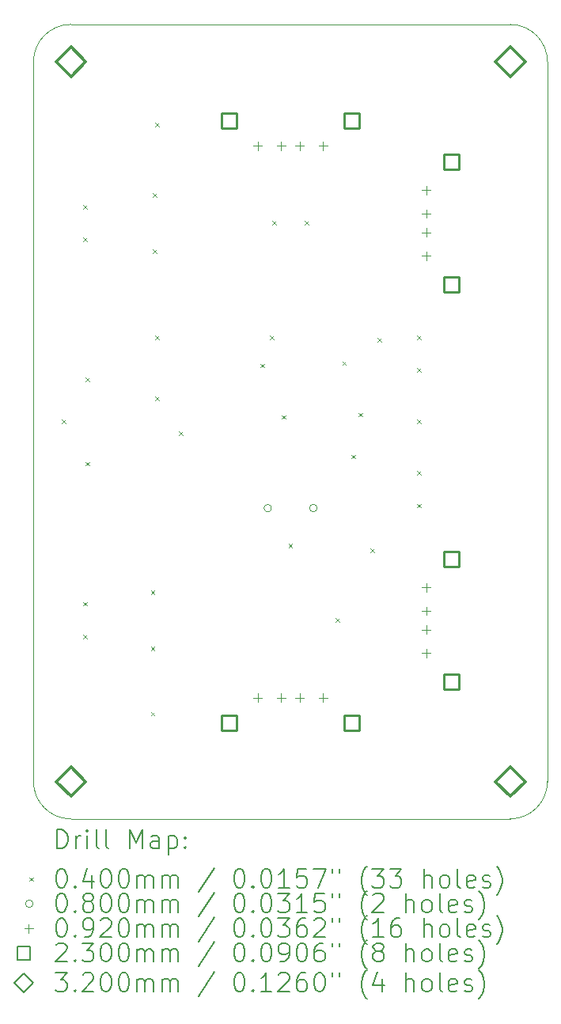
<source format=gbr>
%FSLAX45Y45*%
G04 Gerber Fmt 4.5, Leading zero omitted, Abs format (unit mm)*
G04 Created by KiCad (PCBNEW (6.0.5)) date 2024-05-01 13:43:46*
%MOMM*%
%LPD*%
G01*
G04 APERTURE LIST*
%TA.AperFunction,Profile*%
%ADD10C,0.100000*%
%TD*%
%ADD11C,0.200000*%
%ADD12C,0.040000*%
%ADD13C,0.080000*%
%ADD14C,0.092000*%
%ADD15C,0.230000*%
%ADD16C,0.320000*%
G04 APERTURE END LIST*
D10*
X17200000Y-6300000D02*
X12500000Y-6300000D01*
X17200000Y-14800000D02*
G75*
G03*
X17600000Y-14400000I0J400000D01*
G01*
X17600000Y-14400000D02*
X17600000Y-6700000D01*
X12500000Y-14800000D02*
X17200000Y-14800000D01*
X12500000Y-6300000D02*
G75*
G03*
X12100000Y-6700000I0J-400000D01*
G01*
X12100000Y-6700000D02*
X12100000Y-14400000D01*
X12100000Y-14400000D02*
G75*
G03*
X12500000Y-14800000I400000J0D01*
G01*
X17600000Y-6700000D02*
G75*
G03*
X17200000Y-6300000I-400000J0D01*
G01*
D11*
D12*
X12405000Y-10530000D02*
X12445000Y-10570000D01*
X12445000Y-10530000D02*
X12405000Y-10570000D01*
X12630000Y-8230000D02*
X12670000Y-8270000D01*
X12670000Y-8230000D02*
X12630000Y-8270000D01*
X12630000Y-8580000D02*
X12670000Y-8620000D01*
X12670000Y-8580000D02*
X12630000Y-8620000D01*
X12630000Y-12480000D02*
X12670000Y-12520000D01*
X12670000Y-12480000D02*
X12630000Y-12520000D01*
X12630000Y-12830000D02*
X12670000Y-12870000D01*
X12670000Y-12830000D02*
X12630000Y-12870000D01*
X12655000Y-10080000D02*
X12695000Y-10120000D01*
X12695000Y-10080000D02*
X12655000Y-10120000D01*
X12655000Y-10980000D02*
X12695000Y-11020000D01*
X12695000Y-10980000D02*
X12655000Y-11020000D01*
X13355000Y-12355000D02*
X13395000Y-12395000D01*
X13395000Y-12355000D02*
X13355000Y-12395000D01*
X13355000Y-12955000D02*
X13395000Y-12995000D01*
X13395000Y-12955000D02*
X13355000Y-12995000D01*
X13355000Y-13655000D02*
X13395000Y-13695000D01*
X13395000Y-13655000D02*
X13355000Y-13695000D01*
X13380000Y-8105000D02*
X13420000Y-8145000D01*
X13420000Y-8105000D02*
X13380000Y-8145000D01*
X13380000Y-8705000D02*
X13420000Y-8745000D01*
X13420000Y-8705000D02*
X13380000Y-8745000D01*
X13405000Y-7355000D02*
X13445000Y-7395000D01*
X13445000Y-7355000D02*
X13405000Y-7395000D01*
X13405000Y-9630000D02*
X13445000Y-9670000D01*
X13445000Y-9630000D02*
X13405000Y-9670000D01*
X13405000Y-10280000D02*
X13445000Y-10320000D01*
X13445000Y-10280000D02*
X13405000Y-10320000D01*
X13655000Y-10655000D02*
X13695000Y-10695000D01*
X13695000Y-10655000D02*
X13655000Y-10695000D01*
X14530000Y-9930000D02*
X14570000Y-9970000D01*
X14570000Y-9930000D02*
X14530000Y-9970000D01*
X14630000Y-9630000D02*
X14670000Y-9670000D01*
X14670000Y-9630000D02*
X14630000Y-9670000D01*
X14655000Y-8405000D02*
X14695000Y-8445000D01*
X14695000Y-8405000D02*
X14655000Y-8445000D01*
X14755000Y-10480000D02*
X14795000Y-10520000D01*
X14795000Y-10480000D02*
X14755000Y-10520000D01*
X14830000Y-11855000D02*
X14870000Y-11895000D01*
X14870000Y-11855000D02*
X14830000Y-11895000D01*
X15005000Y-8405000D02*
X15045000Y-8445000D01*
X15045000Y-8405000D02*
X15005000Y-8445000D01*
X15330000Y-12655000D02*
X15370000Y-12695000D01*
X15370000Y-12655000D02*
X15330000Y-12695000D01*
X15405000Y-9905000D02*
X15445000Y-9945000D01*
X15445000Y-9905000D02*
X15405000Y-9945000D01*
X15505000Y-10905000D02*
X15545000Y-10945000D01*
X15545000Y-10905000D02*
X15505000Y-10945000D01*
X15580000Y-10455000D02*
X15620000Y-10495000D01*
X15620000Y-10455000D02*
X15580000Y-10495000D01*
X15705000Y-11905000D02*
X15745000Y-11945000D01*
X15745000Y-11905000D02*
X15705000Y-11945000D01*
X15780000Y-9655000D02*
X15820000Y-9695000D01*
X15820000Y-9655000D02*
X15780000Y-9695000D01*
X16205000Y-9630000D02*
X16245000Y-9670000D01*
X16245000Y-9630000D02*
X16205000Y-9670000D01*
X16205000Y-9980000D02*
X16245000Y-10020000D01*
X16245000Y-9980000D02*
X16205000Y-10020000D01*
X16205000Y-10530000D02*
X16245000Y-10570000D01*
X16245000Y-10530000D02*
X16205000Y-10570000D01*
X16205000Y-11080000D02*
X16245000Y-11120000D01*
X16245000Y-11080000D02*
X16205000Y-11120000D01*
X16205000Y-11430000D02*
X16245000Y-11470000D01*
X16245000Y-11430000D02*
X16205000Y-11470000D01*
D13*
X14647000Y-11475000D02*
G75*
G03*
X14647000Y-11475000I-40000J0D01*
G01*
X15135000Y-11475000D02*
G75*
G03*
X15135000Y-11475000I-40000J0D01*
G01*
D14*
X14500000Y-7551750D02*
X14500000Y-7643750D01*
X14454000Y-7597750D02*
X14546000Y-7597750D01*
X14500000Y-13456250D02*
X14500000Y-13548250D01*
X14454000Y-13502250D02*
X14546000Y-13502250D01*
X14750000Y-7551750D02*
X14750000Y-7643750D01*
X14704000Y-7597750D02*
X14796000Y-7597750D01*
X14750000Y-13456250D02*
X14750000Y-13548250D01*
X14704000Y-13502250D02*
X14796000Y-13502250D01*
X14950000Y-7551750D02*
X14950000Y-7643750D01*
X14904000Y-7597750D02*
X14996000Y-7597750D01*
X14950000Y-13456250D02*
X14950000Y-13548250D01*
X14904000Y-13502250D02*
X14996000Y-13502250D01*
X15200000Y-7551750D02*
X15200000Y-7643750D01*
X15154000Y-7597750D02*
X15246000Y-7597750D01*
X15200000Y-13456250D02*
X15200000Y-13548250D01*
X15154000Y-13502250D02*
X15246000Y-13502250D01*
X16302250Y-8029000D02*
X16302250Y-8121000D01*
X16256250Y-8075000D02*
X16348250Y-8075000D01*
X16302250Y-8279000D02*
X16302250Y-8371000D01*
X16256250Y-8325000D02*
X16348250Y-8325000D01*
X16302250Y-8479000D02*
X16302250Y-8571000D01*
X16256250Y-8525000D02*
X16348250Y-8525000D01*
X16302250Y-8729000D02*
X16302250Y-8821000D01*
X16256250Y-8775000D02*
X16348250Y-8775000D01*
X16302250Y-12279000D02*
X16302250Y-12371000D01*
X16256250Y-12325000D02*
X16348250Y-12325000D01*
X16302250Y-12529000D02*
X16302250Y-12621000D01*
X16256250Y-12575000D02*
X16348250Y-12575000D01*
X16302250Y-12729000D02*
X16302250Y-12821000D01*
X16256250Y-12775000D02*
X16348250Y-12775000D01*
X16302250Y-12979000D02*
X16302250Y-13071000D01*
X16256250Y-13025000D02*
X16348250Y-13025000D01*
D15*
X14274318Y-7408068D02*
X14274318Y-7245432D01*
X14111682Y-7245432D01*
X14111682Y-7408068D01*
X14274318Y-7408068D01*
X14274318Y-13854568D02*
X14274318Y-13691932D01*
X14111682Y-13691932D01*
X14111682Y-13854568D01*
X14274318Y-13854568D01*
X15588318Y-7408068D02*
X15588318Y-7245432D01*
X15425682Y-7245432D01*
X15425682Y-7408068D01*
X15588318Y-7408068D01*
X15588318Y-13854568D02*
X15588318Y-13691932D01*
X15425682Y-13691932D01*
X15425682Y-13854568D01*
X15588318Y-13854568D01*
X16654568Y-7849318D02*
X16654568Y-7686682D01*
X16491932Y-7686682D01*
X16491932Y-7849318D01*
X16654568Y-7849318D01*
X16654568Y-9163318D02*
X16654568Y-9000682D01*
X16491932Y-9000682D01*
X16491932Y-9163318D01*
X16654568Y-9163318D01*
X16654568Y-12099318D02*
X16654568Y-11936682D01*
X16491932Y-11936682D01*
X16491932Y-12099318D01*
X16654568Y-12099318D01*
X16654568Y-13413318D02*
X16654568Y-13250682D01*
X16491932Y-13250682D01*
X16491932Y-13413318D01*
X16654568Y-13413318D01*
D16*
X12500000Y-6860000D02*
X12660000Y-6700000D01*
X12500000Y-6540000D01*
X12340000Y-6700000D01*
X12500000Y-6860000D01*
X12500000Y-14560000D02*
X12660000Y-14400000D01*
X12500000Y-14240000D01*
X12340000Y-14400000D01*
X12500000Y-14560000D01*
X17200000Y-6860000D02*
X17360000Y-6700000D01*
X17200000Y-6540000D01*
X17040000Y-6700000D01*
X17200000Y-6860000D01*
X17200000Y-14560000D02*
X17360000Y-14400000D01*
X17200000Y-14240000D01*
X17040000Y-14400000D01*
X17200000Y-14560000D01*
D11*
X12352619Y-15115476D02*
X12352619Y-14915476D01*
X12400238Y-14915476D01*
X12428809Y-14925000D01*
X12447857Y-14944048D01*
X12457381Y-14963095D01*
X12466905Y-15001190D01*
X12466905Y-15029762D01*
X12457381Y-15067857D01*
X12447857Y-15086905D01*
X12428809Y-15105952D01*
X12400238Y-15115476D01*
X12352619Y-15115476D01*
X12552619Y-15115476D02*
X12552619Y-14982143D01*
X12552619Y-15020238D02*
X12562143Y-15001190D01*
X12571667Y-14991667D01*
X12590714Y-14982143D01*
X12609762Y-14982143D01*
X12676428Y-15115476D02*
X12676428Y-14982143D01*
X12676428Y-14915476D02*
X12666905Y-14925000D01*
X12676428Y-14934524D01*
X12685952Y-14925000D01*
X12676428Y-14915476D01*
X12676428Y-14934524D01*
X12800238Y-15115476D02*
X12781190Y-15105952D01*
X12771667Y-15086905D01*
X12771667Y-14915476D01*
X12905000Y-15115476D02*
X12885952Y-15105952D01*
X12876428Y-15086905D01*
X12876428Y-14915476D01*
X13133571Y-15115476D02*
X13133571Y-14915476D01*
X13200238Y-15058333D01*
X13266905Y-14915476D01*
X13266905Y-15115476D01*
X13447857Y-15115476D02*
X13447857Y-15010714D01*
X13438333Y-14991667D01*
X13419286Y-14982143D01*
X13381190Y-14982143D01*
X13362143Y-14991667D01*
X13447857Y-15105952D02*
X13428809Y-15115476D01*
X13381190Y-15115476D01*
X13362143Y-15105952D01*
X13352619Y-15086905D01*
X13352619Y-15067857D01*
X13362143Y-15048809D01*
X13381190Y-15039286D01*
X13428809Y-15039286D01*
X13447857Y-15029762D01*
X13543095Y-14982143D02*
X13543095Y-15182143D01*
X13543095Y-14991667D02*
X13562143Y-14982143D01*
X13600238Y-14982143D01*
X13619286Y-14991667D01*
X13628809Y-15001190D01*
X13638333Y-15020238D01*
X13638333Y-15077381D01*
X13628809Y-15096428D01*
X13619286Y-15105952D01*
X13600238Y-15115476D01*
X13562143Y-15115476D01*
X13543095Y-15105952D01*
X13724048Y-15096428D02*
X13733571Y-15105952D01*
X13724048Y-15115476D01*
X13714524Y-15105952D01*
X13724048Y-15096428D01*
X13724048Y-15115476D01*
X13724048Y-14991667D02*
X13733571Y-15001190D01*
X13724048Y-15010714D01*
X13714524Y-15001190D01*
X13724048Y-14991667D01*
X13724048Y-15010714D01*
D12*
X12055000Y-15425000D02*
X12095000Y-15465000D01*
X12095000Y-15425000D02*
X12055000Y-15465000D01*
D11*
X12390714Y-15335476D02*
X12409762Y-15335476D01*
X12428809Y-15345000D01*
X12438333Y-15354524D01*
X12447857Y-15373571D01*
X12457381Y-15411667D01*
X12457381Y-15459286D01*
X12447857Y-15497381D01*
X12438333Y-15516428D01*
X12428809Y-15525952D01*
X12409762Y-15535476D01*
X12390714Y-15535476D01*
X12371667Y-15525952D01*
X12362143Y-15516428D01*
X12352619Y-15497381D01*
X12343095Y-15459286D01*
X12343095Y-15411667D01*
X12352619Y-15373571D01*
X12362143Y-15354524D01*
X12371667Y-15345000D01*
X12390714Y-15335476D01*
X12543095Y-15516428D02*
X12552619Y-15525952D01*
X12543095Y-15535476D01*
X12533571Y-15525952D01*
X12543095Y-15516428D01*
X12543095Y-15535476D01*
X12724048Y-15402143D02*
X12724048Y-15535476D01*
X12676428Y-15325952D02*
X12628809Y-15468809D01*
X12752619Y-15468809D01*
X12866905Y-15335476D02*
X12885952Y-15335476D01*
X12905000Y-15345000D01*
X12914524Y-15354524D01*
X12924048Y-15373571D01*
X12933571Y-15411667D01*
X12933571Y-15459286D01*
X12924048Y-15497381D01*
X12914524Y-15516428D01*
X12905000Y-15525952D01*
X12885952Y-15535476D01*
X12866905Y-15535476D01*
X12847857Y-15525952D01*
X12838333Y-15516428D01*
X12828809Y-15497381D01*
X12819286Y-15459286D01*
X12819286Y-15411667D01*
X12828809Y-15373571D01*
X12838333Y-15354524D01*
X12847857Y-15345000D01*
X12866905Y-15335476D01*
X13057381Y-15335476D02*
X13076428Y-15335476D01*
X13095476Y-15345000D01*
X13105000Y-15354524D01*
X13114524Y-15373571D01*
X13124048Y-15411667D01*
X13124048Y-15459286D01*
X13114524Y-15497381D01*
X13105000Y-15516428D01*
X13095476Y-15525952D01*
X13076428Y-15535476D01*
X13057381Y-15535476D01*
X13038333Y-15525952D01*
X13028809Y-15516428D01*
X13019286Y-15497381D01*
X13009762Y-15459286D01*
X13009762Y-15411667D01*
X13019286Y-15373571D01*
X13028809Y-15354524D01*
X13038333Y-15345000D01*
X13057381Y-15335476D01*
X13209762Y-15535476D02*
X13209762Y-15402143D01*
X13209762Y-15421190D02*
X13219286Y-15411667D01*
X13238333Y-15402143D01*
X13266905Y-15402143D01*
X13285952Y-15411667D01*
X13295476Y-15430714D01*
X13295476Y-15535476D01*
X13295476Y-15430714D02*
X13305000Y-15411667D01*
X13324048Y-15402143D01*
X13352619Y-15402143D01*
X13371667Y-15411667D01*
X13381190Y-15430714D01*
X13381190Y-15535476D01*
X13476428Y-15535476D02*
X13476428Y-15402143D01*
X13476428Y-15421190D02*
X13485952Y-15411667D01*
X13505000Y-15402143D01*
X13533571Y-15402143D01*
X13552619Y-15411667D01*
X13562143Y-15430714D01*
X13562143Y-15535476D01*
X13562143Y-15430714D02*
X13571667Y-15411667D01*
X13590714Y-15402143D01*
X13619286Y-15402143D01*
X13638333Y-15411667D01*
X13647857Y-15430714D01*
X13647857Y-15535476D01*
X14038333Y-15325952D02*
X13866905Y-15583095D01*
X14295476Y-15335476D02*
X14314524Y-15335476D01*
X14333571Y-15345000D01*
X14343095Y-15354524D01*
X14352619Y-15373571D01*
X14362143Y-15411667D01*
X14362143Y-15459286D01*
X14352619Y-15497381D01*
X14343095Y-15516428D01*
X14333571Y-15525952D01*
X14314524Y-15535476D01*
X14295476Y-15535476D01*
X14276428Y-15525952D01*
X14266905Y-15516428D01*
X14257381Y-15497381D01*
X14247857Y-15459286D01*
X14247857Y-15411667D01*
X14257381Y-15373571D01*
X14266905Y-15354524D01*
X14276428Y-15345000D01*
X14295476Y-15335476D01*
X14447857Y-15516428D02*
X14457381Y-15525952D01*
X14447857Y-15535476D01*
X14438333Y-15525952D01*
X14447857Y-15516428D01*
X14447857Y-15535476D01*
X14581190Y-15335476D02*
X14600238Y-15335476D01*
X14619286Y-15345000D01*
X14628809Y-15354524D01*
X14638333Y-15373571D01*
X14647857Y-15411667D01*
X14647857Y-15459286D01*
X14638333Y-15497381D01*
X14628809Y-15516428D01*
X14619286Y-15525952D01*
X14600238Y-15535476D01*
X14581190Y-15535476D01*
X14562143Y-15525952D01*
X14552619Y-15516428D01*
X14543095Y-15497381D01*
X14533571Y-15459286D01*
X14533571Y-15411667D01*
X14543095Y-15373571D01*
X14552619Y-15354524D01*
X14562143Y-15345000D01*
X14581190Y-15335476D01*
X14838333Y-15535476D02*
X14724048Y-15535476D01*
X14781190Y-15535476D02*
X14781190Y-15335476D01*
X14762143Y-15364048D01*
X14743095Y-15383095D01*
X14724048Y-15392619D01*
X15019286Y-15335476D02*
X14924048Y-15335476D01*
X14914524Y-15430714D01*
X14924048Y-15421190D01*
X14943095Y-15411667D01*
X14990714Y-15411667D01*
X15009762Y-15421190D01*
X15019286Y-15430714D01*
X15028809Y-15449762D01*
X15028809Y-15497381D01*
X15019286Y-15516428D01*
X15009762Y-15525952D01*
X14990714Y-15535476D01*
X14943095Y-15535476D01*
X14924048Y-15525952D01*
X14914524Y-15516428D01*
X15095476Y-15335476D02*
X15228809Y-15335476D01*
X15143095Y-15535476D01*
X15295476Y-15335476D02*
X15295476Y-15373571D01*
X15371667Y-15335476D02*
X15371667Y-15373571D01*
X15666905Y-15611667D02*
X15657381Y-15602143D01*
X15638333Y-15573571D01*
X15628809Y-15554524D01*
X15619286Y-15525952D01*
X15609762Y-15478333D01*
X15609762Y-15440238D01*
X15619286Y-15392619D01*
X15628809Y-15364048D01*
X15638333Y-15345000D01*
X15657381Y-15316428D01*
X15666905Y-15306905D01*
X15724048Y-15335476D02*
X15847857Y-15335476D01*
X15781190Y-15411667D01*
X15809762Y-15411667D01*
X15828809Y-15421190D01*
X15838333Y-15430714D01*
X15847857Y-15449762D01*
X15847857Y-15497381D01*
X15838333Y-15516428D01*
X15828809Y-15525952D01*
X15809762Y-15535476D01*
X15752619Y-15535476D01*
X15733571Y-15525952D01*
X15724048Y-15516428D01*
X15914524Y-15335476D02*
X16038333Y-15335476D01*
X15971667Y-15411667D01*
X16000238Y-15411667D01*
X16019286Y-15421190D01*
X16028809Y-15430714D01*
X16038333Y-15449762D01*
X16038333Y-15497381D01*
X16028809Y-15516428D01*
X16019286Y-15525952D01*
X16000238Y-15535476D01*
X15943095Y-15535476D01*
X15924048Y-15525952D01*
X15914524Y-15516428D01*
X16276428Y-15535476D02*
X16276428Y-15335476D01*
X16362143Y-15535476D02*
X16362143Y-15430714D01*
X16352619Y-15411667D01*
X16333571Y-15402143D01*
X16305000Y-15402143D01*
X16285952Y-15411667D01*
X16276428Y-15421190D01*
X16485952Y-15535476D02*
X16466905Y-15525952D01*
X16457381Y-15516428D01*
X16447857Y-15497381D01*
X16447857Y-15440238D01*
X16457381Y-15421190D01*
X16466905Y-15411667D01*
X16485952Y-15402143D01*
X16514524Y-15402143D01*
X16533571Y-15411667D01*
X16543095Y-15421190D01*
X16552619Y-15440238D01*
X16552619Y-15497381D01*
X16543095Y-15516428D01*
X16533571Y-15525952D01*
X16514524Y-15535476D01*
X16485952Y-15535476D01*
X16666905Y-15535476D02*
X16647857Y-15525952D01*
X16638333Y-15506905D01*
X16638333Y-15335476D01*
X16819286Y-15525952D02*
X16800238Y-15535476D01*
X16762143Y-15535476D01*
X16743095Y-15525952D01*
X16733571Y-15506905D01*
X16733571Y-15430714D01*
X16743095Y-15411667D01*
X16762143Y-15402143D01*
X16800238Y-15402143D01*
X16819286Y-15411667D01*
X16828810Y-15430714D01*
X16828810Y-15449762D01*
X16733571Y-15468809D01*
X16905000Y-15525952D02*
X16924048Y-15535476D01*
X16962143Y-15535476D01*
X16981190Y-15525952D01*
X16990714Y-15506905D01*
X16990714Y-15497381D01*
X16981190Y-15478333D01*
X16962143Y-15468809D01*
X16933571Y-15468809D01*
X16914524Y-15459286D01*
X16905000Y-15440238D01*
X16905000Y-15430714D01*
X16914524Y-15411667D01*
X16933571Y-15402143D01*
X16962143Y-15402143D01*
X16981190Y-15411667D01*
X17057381Y-15611667D02*
X17066905Y-15602143D01*
X17085952Y-15573571D01*
X17095476Y-15554524D01*
X17105000Y-15525952D01*
X17114524Y-15478333D01*
X17114524Y-15440238D01*
X17105000Y-15392619D01*
X17095476Y-15364048D01*
X17085952Y-15345000D01*
X17066905Y-15316428D01*
X17057381Y-15306905D01*
D13*
X12095000Y-15709000D02*
G75*
G03*
X12095000Y-15709000I-40000J0D01*
G01*
D11*
X12390714Y-15599476D02*
X12409762Y-15599476D01*
X12428809Y-15609000D01*
X12438333Y-15618524D01*
X12447857Y-15637571D01*
X12457381Y-15675667D01*
X12457381Y-15723286D01*
X12447857Y-15761381D01*
X12438333Y-15780428D01*
X12428809Y-15789952D01*
X12409762Y-15799476D01*
X12390714Y-15799476D01*
X12371667Y-15789952D01*
X12362143Y-15780428D01*
X12352619Y-15761381D01*
X12343095Y-15723286D01*
X12343095Y-15675667D01*
X12352619Y-15637571D01*
X12362143Y-15618524D01*
X12371667Y-15609000D01*
X12390714Y-15599476D01*
X12543095Y-15780428D02*
X12552619Y-15789952D01*
X12543095Y-15799476D01*
X12533571Y-15789952D01*
X12543095Y-15780428D01*
X12543095Y-15799476D01*
X12666905Y-15685190D02*
X12647857Y-15675667D01*
X12638333Y-15666143D01*
X12628809Y-15647095D01*
X12628809Y-15637571D01*
X12638333Y-15618524D01*
X12647857Y-15609000D01*
X12666905Y-15599476D01*
X12705000Y-15599476D01*
X12724048Y-15609000D01*
X12733571Y-15618524D01*
X12743095Y-15637571D01*
X12743095Y-15647095D01*
X12733571Y-15666143D01*
X12724048Y-15675667D01*
X12705000Y-15685190D01*
X12666905Y-15685190D01*
X12647857Y-15694714D01*
X12638333Y-15704238D01*
X12628809Y-15723286D01*
X12628809Y-15761381D01*
X12638333Y-15780428D01*
X12647857Y-15789952D01*
X12666905Y-15799476D01*
X12705000Y-15799476D01*
X12724048Y-15789952D01*
X12733571Y-15780428D01*
X12743095Y-15761381D01*
X12743095Y-15723286D01*
X12733571Y-15704238D01*
X12724048Y-15694714D01*
X12705000Y-15685190D01*
X12866905Y-15599476D02*
X12885952Y-15599476D01*
X12905000Y-15609000D01*
X12914524Y-15618524D01*
X12924048Y-15637571D01*
X12933571Y-15675667D01*
X12933571Y-15723286D01*
X12924048Y-15761381D01*
X12914524Y-15780428D01*
X12905000Y-15789952D01*
X12885952Y-15799476D01*
X12866905Y-15799476D01*
X12847857Y-15789952D01*
X12838333Y-15780428D01*
X12828809Y-15761381D01*
X12819286Y-15723286D01*
X12819286Y-15675667D01*
X12828809Y-15637571D01*
X12838333Y-15618524D01*
X12847857Y-15609000D01*
X12866905Y-15599476D01*
X13057381Y-15599476D02*
X13076428Y-15599476D01*
X13095476Y-15609000D01*
X13105000Y-15618524D01*
X13114524Y-15637571D01*
X13124048Y-15675667D01*
X13124048Y-15723286D01*
X13114524Y-15761381D01*
X13105000Y-15780428D01*
X13095476Y-15789952D01*
X13076428Y-15799476D01*
X13057381Y-15799476D01*
X13038333Y-15789952D01*
X13028809Y-15780428D01*
X13019286Y-15761381D01*
X13009762Y-15723286D01*
X13009762Y-15675667D01*
X13019286Y-15637571D01*
X13028809Y-15618524D01*
X13038333Y-15609000D01*
X13057381Y-15599476D01*
X13209762Y-15799476D02*
X13209762Y-15666143D01*
X13209762Y-15685190D02*
X13219286Y-15675667D01*
X13238333Y-15666143D01*
X13266905Y-15666143D01*
X13285952Y-15675667D01*
X13295476Y-15694714D01*
X13295476Y-15799476D01*
X13295476Y-15694714D02*
X13305000Y-15675667D01*
X13324048Y-15666143D01*
X13352619Y-15666143D01*
X13371667Y-15675667D01*
X13381190Y-15694714D01*
X13381190Y-15799476D01*
X13476428Y-15799476D02*
X13476428Y-15666143D01*
X13476428Y-15685190D02*
X13485952Y-15675667D01*
X13505000Y-15666143D01*
X13533571Y-15666143D01*
X13552619Y-15675667D01*
X13562143Y-15694714D01*
X13562143Y-15799476D01*
X13562143Y-15694714D02*
X13571667Y-15675667D01*
X13590714Y-15666143D01*
X13619286Y-15666143D01*
X13638333Y-15675667D01*
X13647857Y-15694714D01*
X13647857Y-15799476D01*
X14038333Y-15589952D02*
X13866905Y-15847095D01*
X14295476Y-15599476D02*
X14314524Y-15599476D01*
X14333571Y-15609000D01*
X14343095Y-15618524D01*
X14352619Y-15637571D01*
X14362143Y-15675667D01*
X14362143Y-15723286D01*
X14352619Y-15761381D01*
X14343095Y-15780428D01*
X14333571Y-15789952D01*
X14314524Y-15799476D01*
X14295476Y-15799476D01*
X14276428Y-15789952D01*
X14266905Y-15780428D01*
X14257381Y-15761381D01*
X14247857Y-15723286D01*
X14247857Y-15675667D01*
X14257381Y-15637571D01*
X14266905Y-15618524D01*
X14276428Y-15609000D01*
X14295476Y-15599476D01*
X14447857Y-15780428D02*
X14457381Y-15789952D01*
X14447857Y-15799476D01*
X14438333Y-15789952D01*
X14447857Y-15780428D01*
X14447857Y-15799476D01*
X14581190Y-15599476D02*
X14600238Y-15599476D01*
X14619286Y-15609000D01*
X14628809Y-15618524D01*
X14638333Y-15637571D01*
X14647857Y-15675667D01*
X14647857Y-15723286D01*
X14638333Y-15761381D01*
X14628809Y-15780428D01*
X14619286Y-15789952D01*
X14600238Y-15799476D01*
X14581190Y-15799476D01*
X14562143Y-15789952D01*
X14552619Y-15780428D01*
X14543095Y-15761381D01*
X14533571Y-15723286D01*
X14533571Y-15675667D01*
X14543095Y-15637571D01*
X14552619Y-15618524D01*
X14562143Y-15609000D01*
X14581190Y-15599476D01*
X14714524Y-15599476D02*
X14838333Y-15599476D01*
X14771667Y-15675667D01*
X14800238Y-15675667D01*
X14819286Y-15685190D01*
X14828809Y-15694714D01*
X14838333Y-15713762D01*
X14838333Y-15761381D01*
X14828809Y-15780428D01*
X14819286Y-15789952D01*
X14800238Y-15799476D01*
X14743095Y-15799476D01*
X14724048Y-15789952D01*
X14714524Y-15780428D01*
X15028809Y-15799476D02*
X14914524Y-15799476D01*
X14971667Y-15799476D02*
X14971667Y-15599476D01*
X14952619Y-15628048D01*
X14933571Y-15647095D01*
X14914524Y-15656619D01*
X15209762Y-15599476D02*
X15114524Y-15599476D01*
X15105000Y-15694714D01*
X15114524Y-15685190D01*
X15133571Y-15675667D01*
X15181190Y-15675667D01*
X15200238Y-15685190D01*
X15209762Y-15694714D01*
X15219286Y-15713762D01*
X15219286Y-15761381D01*
X15209762Y-15780428D01*
X15200238Y-15789952D01*
X15181190Y-15799476D01*
X15133571Y-15799476D01*
X15114524Y-15789952D01*
X15105000Y-15780428D01*
X15295476Y-15599476D02*
X15295476Y-15637571D01*
X15371667Y-15599476D02*
X15371667Y-15637571D01*
X15666905Y-15875667D02*
X15657381Y-15866143D01*
X15638333Y-15837571D01*
X15628809Y-15818524D01*
X15619286Y-15789952D01*
X15609762Y-15742333D01*
X15609762Y-15704238D01*
X15619286Y-15656619D01*
X15628809Y-15628048D01*
X15638333Y-15609000D01*
X15657381Y-15580428D01*
X15666905Y-15570905D01*
X15733571Y-15618524D02*
X15743095Y-15609000D01*
X15762143Y-15599476D01*
X15809762Y-15599476D01*
X15828809Y-15609000D01*
X15838333Y-15618524D01*
X15847857Y-15637571D01*
X15847857Y-15656619D01*
X15838333Y-15685190D01*
X15724048Y-15799476D01*
X15847857Y-15799476D01*
X16085952Y-15799476D02*
X16085952Y-15599476D01*
X16171667Y-15799476D02*
X16171667Y-15694714D01*
X16162143Y-15675667D01*
X16143095Y-15666143D01*
X16114524Y-15666143D01*
X16095476Y-15675667D01*
X16085952Y-15685190D01*
X16295476Y-15799476D02*
X16276428Y-15789952D01*
X16266905Y-15780428D01*
X16257381Y-15761381D01*
X16257381Y-15704238D01*
X16266905Y-15685190D01*
X16276428Y-15675667D01*
X16295476Y-15666143D01*
X16324048Y-15666143D01*
X16343095Y-15675667D01*
X16352619Y-15685190D01*
X16362143Y-15704238D01*
X16362143Y-15761381D01*
X16352619Y-15780428D01*
X16343095Y-15789952D01*
X16324048Y-15799476D01*
X16295476Y-15799476D01*
X16476428Y-15799476D02*
X16457381Y-15789952D01*
X16447857Y-15770905D01*
X16447857Y-15599476D01*
X16628809Y-15789952D02*
X16609762Y-15799476D01*
X16571667Y-15799476D01*
X16552619Y-15789952D01*
X16543095Y-15770905D01*
X16543095Y-15694714D01*
X16552619Y-15675667D01*
X16571667Y-15666143D01*
X16609762Y-15666143D01*
X16628809Y-15675667D01*
X16638333Y-15694714D01*
X16638333Y-15713762D01*
X16543095Y-15732809D01*
X16714524Y-15789952D02*
X16733571Y-15799476D01*
X16771667Y-15799476D01*
X16790714Y-15789952D01*
X16800238Y-15770905D01*
X16800238Y-15761381D01*
X16790714Y-15742333D01*
X16771667Y-15732809D01*
X16743095Y-15732809D01*
X16724048Y-15723286D01*
X16714524Y-15704238D01*
X16714524Y-15694714D01*
X16724048Y-15675667D01*
X16743095Y-15666143D01*
X16771667Y-15666143D01*
X16790714Y-15675667D01*
X16866905Y-15875667D02*
X16876429Y-15866143D01*
X16895476Y-15837571D01*
X16905000Y-15818524D01*
X16914524Y-15789952D01*
X16924048Y-15742333D01*
X16924048Y-15704238D01*
X16914524Y-15656619D01*
X16905000Y-15628048D01*
X16895476Y-15609000D01*
X16876429Y-15580428D01*
X16866905Y-15570905D01*
D14*
X12049000Y-15927000D02*
X12049000Y-16019000D01*
X12003000Y-15973000D02*
X12095000Y-15973000D01*
D11*
X12390714Y-15863476D02*
X12409762Y-15863476D01*
X12428809Y-15873000D01*
X12438333Y-15882524D01*
X12447857Y-15901571D01*
X12457381Y-15939667D01*
X12457381Y-15987286D01*
X12447857Y-16025381D01*
X12438333Y-16044428D01*
X12428809Y-16053952D01*
X12409762Y-16063476D01*
X12390714Y-16063476D01*
X12371667Y-16053952D01*
X12362143Y-16044428D01*
X12352619Y-16025381D01*
X12343095Y-15987286D01*
X12343095Y-15939667D01*
X12352619Y-15901571D01*
X12362143Y-15882524D01*
X12371667Y-15873000D01*
X12390714Y-15863476D01*
X12543095Y-16044428D02*
X12552619Y-16053952D01*
X12543095Y-16063476D01*
X12533571Y-16053952D01*
X12543095Y-16044428D01*
X12543095Y-16063476D01*
X12647857Y-16063476D02*
X12685952Y-16063476D01*
X12705000Y-16053952D01*
X12714524Y-16044428D01*
X12733571Y-16015857D01*
X12743095Y-15977762D01*
X12743095Y-15901571D01*
X12733571Y-15882524D01*
X12724048Y-15873000D01*
X12705000Y-15863476D01*
X12666905Y-15863476D01*
X12647857Y-15873000D01*
X12638333Y-15882524D01*
X12628809Y-15901571D01*
X12628809Y-15949190D01*
X12638333Y-15968238D01*
X12647857Y-15977762D01*
X12666905Y-15987286D01*
X12705000Y-15987286D01*
X12724048Y-15977762D01*
X12733571Y-15968238D01*
X12743095Y-15949190D01*
X12819286Y-15882524D02*
X12828809Y-15873000D01*
X12847857Y-15863476D01*
X12895476Y-15863476D01*
X12914524Y-15873000D01*
X12924048Y-15882524D01*
X12933571Y-15901571D01*
X12933571Y-15920619D01*
X12924048Y-15949190D01*
X12809762Y-16063476D01*
X12933571Y-16063476D01*
X13057381Y-15863476D02*
X13076428Y-15863476D01*
X13095476Y-15873000D01*
X13105000Y-15882524D01*
X13114524Y-15901571D01*
X13124048Y-15939667D01*
X13124048Y-15987286D01*
X13114524Y-16025381D01*
X13105000Y-16044428D01*
X13095476Y-16053952D01*
X13076428Y-16063476D01*
X13057381Y-16063476D01*
X13038333Y-16053952D01*
X13028809Y-16044428D01*
X13019286Y-16025381D01*
X13009762Y-15987286D01*
X13009762Y-15939667D01*
X13019286Y-15901571D01*
X13028809Y-15882524D01*
X13038333Y-15873000D01*
X13057381Y-15863476D01*
X13209762Y-16063476D02*
X13209762Y-15930143D01*
X13209762Y-15949190D02*
X13219286Y-15939667D01*
X13238333Y-15930143D01*
X13266905Y-15930143D01*
X13285952Y-15939667D01*
X13295476Y-15958714D01*
X13295476Y-16063476D01*
X13295476Y-15958714D02*
X13305000Y-15939667D01*
X13324048Y-15930143D01*
X13352619Y-15930143D01*
X13371667Y-15939667D01*
X13381190Y-15958714D01*
X13381190Y-16063476D01*
X13476428Y-16063476D02*
X13476428Y-15930143D01*
X13476428Y-15949190D02*
X13485952Y-15939667D01*
X13505000Y-15930143D01*
X13533571Y-15930143D01*
X13552619Y-15939667D01*
X13562143Y-15958714D01*
X13562143Y-16063476D01*
X13562143Y-15958714D02*
X13571667Y-15939667D01*
X13590714Y-15930143D01*
X13619286Y-15930143D01*
X13638333Y-15939667D01*
X13647857Y-15958714D01*
X13647857Y-16063476D01*
X14038333Y-15853952D02*
X13866905Y-16111095D01*
X14295476Y-15863476D02*
X14314524Y-15863476D01*
X14333571Y-15873000D01*
X14343095Y-15882524D01*
X14352619Y-15901571D01*
X14362143Y-15939667D01*
X14362143Y-15987286D01*
X14352619Y-16025381D01*
X14343095Y-16044428D01*
X14333571Y-16053952D01*
X14314524Y-16063476D01*
X14295476Y-16063476D01*
X14276428Y-16053952D01*
X14266905Y-16044428D01*
X14257381Y-16025381D01*
X14247857Y-15987286D01*
X14247857Y-15939667D01*
X14257381Y-15901571D01*
X14266905Y-15882524D01*
X14276428Y-15873000D01*
X14295476Y-15863476D01*
X14447857Y-16044428D02*
X14457381Y-16053952D01*
X14447857Y-16063476D01*
X14438333Y-16053952D01*
X14447857Y-16044428D01*
X14447857Y-16063476D01*
X14581190Y-15863476D02*
X14600238Y-15863476D01*
X14619286Y-15873000D01*
X14628809Y-15882524D01*
X14638333Y-15901571D01*
X14647857Y-15939667D01*
X14647857Y-15987286D01*
X14638333Y-16025381D01*
X14628809Y-16044428D01*
X14619286Y-16053952D01*
X14600238Y-16063476D01*
X14581190Y-16063476D01*
X14562143Y-16053952D01*
X14552619Y-16044428D01*
X14543095Y-16025381D01*
X14533571Y-15987286D01*
X14533571Y-15939667D01*
X14543095Y-15901571D01*
X14552619Y-15882524D01*
X14562143Y-15873000D01*
X14581190Y-15863476D01*
X14714524Y-15863476D02*
X14838333Y-15863476D01*
X14771667Y-15939667D01*
X14800238Y-15939667D01*
X14819286Y-15949190D01*
X14828809Y-15958714D01*
X14838333Y-15977762D01*
X14838333Y-16025381D01*
X14828809Y-16044428D01*
X14819286Y-16053952D01*
X14800238Y-16063476D01*
X14743095Y-16063476D01*
X14724048Y-16053952D01*
X14714524Y-16044428D01*
X15009762Y-15863476D02*
X14971667Y-15863476D01*
X14952619Y-15873000D01*
X14943095Y-15882524D01*
X14924048Y-15911095D01*
X14914524Y-15949190D01*
X14914524Y-16025381D01*
X14924048Y-16044428D01*
X14933571Y-16053952D01*
X14952619Y-16063476D01*
X14990714Y-16063476D01*
X15009762Y-16053952D01*
X15019286Y-16044428D01*
X15028809Y-16025381D01*
X15028809Y-15977762D01*
X15019286Y-15958714D01*
X15009762Y-15949190D01*
X14990714Y-15939667D01*
X14952619Y-15939667D01*
X14933571Y-15949190D01*
X14924048Y-15958714D01*
X14914524Y-15977762D01*
X15105000Y-15882524D02*
X15114524Y-15873000D01*
X15133571Y-15863476D01*
X15181190Y-15863476D01*
X15200238Y-15873000D01*
X15209762Y-15882524D01*
X15219286Y-15901571D01*
X15219286Y-15920619D01*
X15209762Y-15949190D01*
X15095476Y-16063476D01*
X15219286Y-16063476D01*
X15295476Y-15863476D02*
X15295476Y-15901571D01*
X15371667Y-15863476D02*
X15371667Y-15901571D01*
X15666905Y-16139667D02*
X15657381Y-16130143D01*
X15638333Y-16101571D01*
X15628809Y-16082524D01*
X15619286Y-16053952D01*
X15609762Y-16006333D01*
X15609762Y-15968238D01*
X15619286Y-15920619D01*
X15628809Y-15892048D01*
X15638333Y-15873000D01*
X15657381Y-15844428D01*
X15666905Y-15834905D01*
X15847857Y-16063476D02*
X15733571Y-16063476D01*
X15790714Y-16063476D02*
X15790714Y-15863476D01*
X15771667Y-15892048D01*
X15752619Y-15911095D01*
X15733571Y-15920619D01*
X16019286Y-15863476D02*
X15981190Y-15863476D01*
X15962143Y-15873000D01*
X15952619Y-15882524D01*
X15933571Y-15911095D01*
X15924048Y-15949190D01*
X15924048Y-16025381D01*
X15933571Y-16044428D01*
X15943095Y-16053952D01*
X15962143Y-16063476D01*
X16000238Y-16063476D01*
X16019286Y-16053952D01*
X16028809Y-16044428D01*
X16038333Y-16025381D01*
X16038333Y-15977762D01*
X16028809Y-15958714D01*
X16019286Y-15949190D01*
X16000238Y-15939667D01*
X15962143Y-15939667D01*
X15943095Y-15949190D01*
X15933571Y-15958714D01*
X15924048Y-15977762D01*
X16276428Y-16063476D02*
X16276428Y-15863476D01*
X16362143Y-16063476D02*
X16362143Y-15958714D01*
X16352619Y-15939667D01*
X16333571Y-15930143D01*
X16305000Y-15930143D01*
X16285952Y-15939667D01*
X16276428Y-15949190D01*
X16485952Y-16063476D02*
X16466905Y-16053952D01*
X16457381Y-16044428D01*
X16447857Y-16025381D01*
X16447857Y-15968238D01*
X16457381Y-15949190D01*
X16466905Y-15939667D01*
X16485952Y-15930143D01*
X16514524Y-15930143D01*
X16533571Y-15939667D01*
X16543095Y-15949190D01*
X16552619Y-15968238D01*
X16552619Y-16025381D01*
X16543095Y-16044428D01*
X16533571Y-16053952D01*
X16514524Y-16063476D01*
X16485952Y-16063476D01*
X16666905Y-16063476D02*
X16647857Y-16053952D01*
X16638333Y-16034905D01*
X16638333Y-15863476D01*
X16819286Y-16053952D02*
X16800238Y-16063476D01*
X16762143Y-16063476D01*
X16743095Y-16053952D01*
X16733571Y-16034905D01*
X16733571Y-15958714D01*
X16743095Y-15939667D01*
X16762143Y-15930143D01*
X16800238Y-15930143D01*
X16819286Y-15939667D01*
X16828810Y-15958714D01*
X16828810Y-15977762D01*
X16733571Y-15996809D01*
X16905000Y-16053952D02*
X16924048Y-16063476D01*
X16962143Y-16063476D01*
X16981190Y-16053952D01*
X16990714Y-16034905D01*
X16990714Y-16025381D01*
X16981190Y-16006333D01*
X16962143Y-15996809D01*
X16933571Y-15996809D01*
X16914524Y-15987286D01*
X16905000Y-15968238D01*
X16905000Y-15958714D01*
X16914524Y-15939667D01*
X16933571Y-15930143D01*
X16962143Y-15930143D01*
X16981190Y-15939667D01*
X17057381Y-16139667D02*
X17066905Y-16130143D01*
X17085952Y-16101571D01*
X17095476Y-16082524D01*
X17105000Y-16053952D01*
X17114524Y-16006333D01*
X17114524Y-15968238D01*
X17105000Y-15920619D01*
X17095476Y-15892048D01*
X17085952Y-15873000D01*
X17066905Y-15844428D01*
X17057381Y-15834905D01*
X12065711Y-16307711D02*
X12065711Y-16166289D01*
X11924289Y-16166289D01*
X11924289Y-16307711D01*
X12065711Y-16307711D01*
X12343095Y-16146524D02*
X12352619Y-16137000D01*
X12371667Y-16127476D01*
X12419286Y-16127476D01*
X12438333Y-16137000D01*
X12447857Y-16146524D01*
X12457381Y-16165571D01*
X12457381Y-16184619D01*
X12447857Y-16213190D01*
X12333571Y-16327476D01*
X12457381Y-16327476D01*
X12543095Y-16308428D02*
X12552619Y-16317952D01*
X12543095Y-16327476D01*
X12533571Y-16317952D01*
X12543095Y-16308428D01*
X12543095Y-16327476D01*
X12619286Y-16127476D02*
X12743095Y-16127476D01*
X12676428Y-16203667D01*
X12705000Y-16203667D01*
X12724048Y-16213190D01*
X12733571Y-16222714D01*
X12743095Y-16241762D01*
X12743095Y-16289381D01*
X12733571Y-16308428D01*
X12724048Y-16317952D01*
X12705000Y-16327476D01*
X12647857Y-16327476D01*
X12628809Y-16317952D01*
X12619286Y-16308428D01*
X12866905Y-16127476D02*
X12885952Y-16127476D01*
X12905000Y-16137000D01*
X12914524Y-16146524D01*
X12924048Y-16165571D01*
X12933571Y-16203667D01*
X12933571Y-16251286D01*
X12924048Y-16289381D01*
X12914524Y-16308428D01*
X12905000Y-16317952D01*
X12885952Y-16327476D01*
X12866905Y-16327476D01*
X12847857Y-16317952D01*
X12838333Y-16308428D01*
X12828809Y-16289381D01*
X12819286Y-16251286D01*
X12819286Y-16203667D01*
X12828809Y-16165571D01*
X12838333Y-16146524D01*
X12847857Y-16137000D01*
X12866905Y-16127476D01*
X13057381Y-16127476D02*
X13076428Y-16127476D01*
X13095476Y-16137000D01*
X13105000Y-16146524D01*
X13114524Y-16165571D01*
X13124048Y-16203667D01*
X13124048Y-16251286D01*
X13114524Y-16289381D01*
X13105000Y-16308428D01*
X13095476Y-16317952D01*
X13076428Y-16327476D01*
X13057381Y-16327476D01*
X13038333Y-16317952D01*
X13028809Y-16308428D01*
X13019286Y-16289381D01*
X13009762Y-16251286D01*
X13009762Y-16203667D01*
X13019286Y-16165571D01*
X13028809Y-16146524D01*
X13038333Y-16137000D01*
X13057381Y-16127476D01*
X13209762Y-16327476D02*
X13209762Y-16194143D01*
X13209762Y-16213190D02*
X13219286Y-16203667D01*
X13238333Y-16194143D01*
X13266905Y-16194143D01*
X13285952Y-16203667D01*
X13295476Y-16222714D01*
X13295476Y-16327476D01*
X13295476Y-16222714D02*
X13305000Y-16203667D01*
X13324048Y-16194143D01*
X13352619Y-16194143D01*
X13371667Y-16203667D01*
X13381190Y-16222714D01*
X13381190Y-16327476D01*
X13476428Y-16327476D02*
X13476428Y-16194143D01*
X13476428Y-16213190D02*
X13485952Y-16203667D01*
X13505000Y-16194143D01*
X13533571Y-16194143D01*
X13552619Y-16203667D01*
X13562143Y-16222714D01*
X13562143Y-16327476D01*
X13562143Y-16222714D02*
X13571667Y-16203667D01*
X13590714Y-16194143D01*
X13619286Y-16194143D01*
X13638333Y-16203667D01*
X13647857Y-16222714D01*
X13647857Y-16327476D01*
X14038333Y-16117952D02*
X13866905Y-16375095D01*
X14295476Y-16127476D02*
X14314524Y-16127476D01*
X14333571Y-16137000D01*
X14343095Y-16146524D01*
X14352619Y-16165571D01*
X14362143Y-16203667D01*
X14362143Y-16251286D01*
X14352619Y-16289381D01*
X14343095Y-16308428D01*
X14333571Y-16317952D01*
X14314524Y-16327476D01*
X14295476Y-16327476D01*
X14276428Y-16317952D01*
X14266905Y-16308428D01*
X14257381Y-16289381D01*
X14247857Y-16251286D01*
X14247857Y-16203667D01*
X14257381Y-16165571D01*
X14266905Y-16146524D01*
X14276428Y-16137000D01*
X14295476Y-16127476D01*
X14447857Y-16308428D02*
X14457381Y-16317952D01*
X14447857Y-16327476D01*
X14438333Y-16317952D01*
X14447857Y-16308428D01*
X14447857Y-16327476D01*
X14581190Y-16127476D02*
X14600238Y-16127476D01*
X14619286Y-16137000D01*
X14628809Y-16146524D01*
X14638333Y-16165571D01*
X14647857Y-16203667D01*
X14647857Y-16251286D01*
X14638333Y-16289381D01*
X14628809Y-16308428D01*
X14619286Y-16317952D01*
X14600238Y-16327476D01*
X14581190Y-16327476D01*
X14562143Y-16317952D01*
X14552619Y-16308428D01*
X14543095Y-16289381D01*
X14533571Y-16251286D01*
X14533571Y-16203667D01*
X14543095Y-16165571D01*
X14552619Y-16146524D01*
X14562143Y-16137000D01*
X14581190Y-16127476D01*
X14743095Y-16327476D02*
X14781190Y-16327476D01*
X14800238Y-16317952D01*
X14809762Y-16308428D01*
X14828809Y-16279857D01*
X14838333Y-16241762D01*
X14838333Y-16165571D01*
X14828809Y-16146524D01*
X14819286Y-16137000D01*
X14800238Y-16127476D01*
X14762143Y-16127476D01*
X14743095Y-16137000D01*
X14733571Y-16146524D01*
X14724048Y-16165571D01*
X14724048Y-16213190D01*
X14733571Y-16232238D01*
X14743095Y-16241762D01*
X14762143Y-16251286D01*
X14800238Y-16251286D01*
X14819286Y-16241762D01*
X14828809Y-16232238D01*
X14838333Y-16213190D01*
X14962143Y-16127476D02*
X14981190Y-16127476D01*
X15000238Y-16137000D01*
X15009762Y-16146524D01*
X15019286Y-16165571D01*
X15028809Y-16203667D01*
X15028809Y-16251286D01*
X15019286Y-16289381D01*
X15009762Y-16308428D01*
X15000238Y-16317952D01*
X14981190Y-16327476D01*
X14962143Y-16327476D01*
X14943095Y-16317952D01*
X14933571Y-16308428D01*
X14924048Y-16289381D01*
X14914524Y-16251286D01*
X14914524Y-16203667D01*
X14924048Y-16165571D01*
X14933571Y-16146524D01*
X14943095Y-16137000D01*
X14962143Y-16127476D01*
X15200238Y-16127476D02*
X15162143Y-16127476D01*
X15143095Y-16137000D01*
X15133571Y-16146524D01*
X15114524Y-16175095D01*
X15105000Y-16213190D01*
X15105000Y-16289381D01*
X15114524Y-16308428D01*
X15124048Y-16317952D01*
X15143095Y-16327476D01*
X15181190Y-16327476D01*
X15200238Y-16317952D01*
X15209762Y-16308428D01*
X15219286Y-16289381D01*
X15219286Y-16241762D01*
X15209762Y-16222714D01*
X15200238Y-16213190D01*
X15181190Y-16203667D01*
X15143095Y-16203667D01*
X15124048Y-16213190D01*
X15114524Y-16222714D01*
X15105000Y-16241762D01*
X15295476Y-16127476D02*
X15295476Y-16165571D01*
X15371667Y-16127476D02*
X15371667Y-16165571D01*
X15666905Y-16403667D02*
X15657381Y-16394143D01*
X15638333Y-16365571D01*
X15628809Y-16346524D01*
X15619286Y-16317952D01*
X15609762Y-16270333D01*
X15609762Y-16232238D01*
X15619286Y-16184619D01*
X15628809Y-16156048D01*
X15638333Y-16137000D01*
X15657381Y-16108428D01*
X15666905Y-16098905D01*
X15771667Y-16213190D02*
X15752619Y-16203667D01*
X15743095Y-16194143D01*
X15733571Y-16175095D01*
X15733571Y-16165571D01*
X15743095Y-16146524D01*
X15752619Y-16137000D01*
X15771667Y-16127476D01*
X15809762Y-16127476D01*
X15828809Y-16137000D01*
X15838333Y-16146524D01*
X15847857Y-16165571D01*
X15847857Y-16175095D01*
X15838333Y-16194143D01*
X15828809Y-16203667D01*
X15809762Y-16213190D01*
X15771667Y-16213190D01*
X15752619Y-16222714D01*
X15743095Y-16232238D01*
X15733571Y-16251286D01*
X15733571Y-16289381D01*
X15743095Y-16308428D01*
X15752619Y-16317952D01*
X15771667Y-16327476D01*
X15809762Y-16327476D01*
X15828809Y-16317952D01*
X15838333Y-16308428D01*
X15847857Y-16289381D01*
X15847857Y-16251286D01*
X15838333Y-16232238D01*
X15828809Y-16222714D01*
X15809762Y-16213190D01*
X16085952Y-16327476D02*
X16085952Y-16127476D01*
X16171667Y-16327476D02*
X16171667Y-16222714D01*
X16162143Y-16203667D01*
X16143095Y-16194143D01*
X16114524Y-16194143D01*
X16095476Y-16203667D01*
X16085952Y-16213190D01*
X16295476Y-16327476D02*
X16276428Y-16317952D01*
X16266905Y-16308428D01*
X16257381Y-16289381D01*
X16257381Y-16232238D01*
X16266905Y-16213190D01*
X16276428Y-16203667D01*
X16295476Y-16194143D01*
X16324048Y-16194143D01*
X16343095Y-16203667D01*
X16352619Y-16213190D01*
X16362143Y-16232238D01*
X16362143Y-16289381D01*
X16352619Y-16308428D01*
X16343095Y-16317952D01*
X16324048Y-16327476D01*
X16295476Y-16327476D01*
X16476428Y-16327476D02*
X16457381Y-16317952D01*
X16447857Y-16298905D01*
X16447857Y-16127476D01*
X16628809Y-16317952D02*
X16609762Y-16327476D01*
X16571667Y-16327476D01*
X16552619Y-16317952D01*
X16543095Y-16298905D01*
X16543095Y-16222714D01*
X16552619Y-16203667D01*
X16571667Y-16194143D01*
X16609762Y-16194143D01*
X16628809Y-16203667D01*
X16638333Y-16222714D01*
X16638333Y-16241762D01*
X16543095Y-16260809D01*
X16714524Y-16317952D02*
X16733571Y-16327476D01*
X16771667Y-16327476D01*
X16790714Y-16317952D01*
X16800238Y-16298905D01*
X16800238Y-16289381D01*
X16790714Y-16270333D01*
X16771667Y-16260809D01*
X16743095Y-16260809D01*
X16724048Y-16251286D01*
X16714524Y-16232238D01*
X16714524Y-16222714D01*
X16724048Y-16203667D01*
X16743095Y-16194143D01*
X16771667Y-16194143D01*
X16790714Y-16203667D01*
X16866905Y-16403667D02*
X16876429Y-16394143D01*
X16895476Y-16365571D01*
X16905000Y-16346524D01*
X16914524Y-16317952D01*
X16924048Y-16270333D01*
X16924048Y-16232238D01*
X16914524Y-16184619D01*
X16905000Y-16156048D01*
X16895476Y-16137000D01*
X16876429Y-16108428D01*
X16866905Y-16098905D01*
X11995000Y-16657000D02*
X12095000Y-16557000D01*
X11995000Y-16457000D01*
X11895000Y-16557000D01*
X11995000Y-16657000D01*
X12333571Y-16447476D02*
X12457381Y-16447476D01*
X12390714Y-16523667D01*
X12419286Y-16523667D01*
X12438333Y-16533190D01*
X12447857Y-16542714D01*
X12457381Y-16561762D01*
X12457381Y-16609381D01*
X12447857Y-16628428D01*
X12438333Y-16637952D01*
X12419286Y-16647476D01*
X12362143Y-16647476D01*
X12343095Y-16637952D01*
X12333571Y-16628428D01*
X12543095Y-16628428D02*
X12552619Y-16637952D01*
X12543095Y-16647476D01*
X12533571Y-16637952D01*
X12543095Y-16628428D01*
X12543095Y-16647476D01*
X12628809Y-16466524D02*
X12638333Y-16457000D01*
X12657381Y-16447476D01*
X12705000Y-16447476D01*
X12724048Y-16457000D01*
X12733571Y-16466524D01*
X12743095Y-16485571D01*
X12743095Y-16504619D01*
X12733571Y-16533190D01*
X12619286Y-16647476D01*
X12743095Y-16647476D01*
X12866905Y-16447476D02*
X12885952Y-16447476D01*
X12905000Y-16457000D01*
X12914524Y-16466524D01*
X12924048Y-16485571D01*
X12933571Y-16523667D01*
X12933571Y-16571286D01*
X12924048Y-16609381D01*
X12914524Y-16628428D01*
X12905000Y-16637952D01*
X12885952Y-16647476D01*
X12866905Y-16647476D01*
X12847857Y-16637952D01*
X12838333Y-16628428D01*
X12828809Y-16609381D01*
X12819286Y-16571286D01*
X12819286Y-16523667D01*
X12828809Y-16485571D01*
X12838333Y-16466524D01*
X12847857Y-16457000D01*
X12866905Y-16447476D01*
X13057381Y-16447476D02*
X13076428Y-16447476D01*
X13095476Y-16457000D01*
X13105000Y-16466524D01*
X13114524Y-16485571D01*
X13124048Y-16523667D01*
X13124048Y-16571286D01*
X13114524Y-16609381D01*
X13105000Y-16628428D01*
X13095476Y-16637952D01*
X13076428Y-16647476D01*
X13057381Y-16647476D01*
X13038333Y-16637952D01*
X13028809Y-16628428D01*
X13019286Y-16609381D01*
X13009762Y-16571286D01*
X13009762Y-16523667D01*
X13019286Y-16485571D01*
X13028809Y-16466524D01*
X13038333Y-16457000D01*
X13057381Y-16447476D01*
X13209762Y-16647476D02*
X13209762Y-16514143D01*
X13209762Y-16533190D02*
X13219286Y-16523667D01*
X13238333Y-16514143D01*
X13266905Y-16514143D01*
X13285952Y-16523667D01*
X13295476Y-16542714D01*
X13295476Y-16647476D01*
X13295476Y-16542714D02*
X13305000Y-16523667D01*
X13324048Y-16514143D01*
X13352619Y-16514143D01*
X13371667Y-16523667D01*
X13381190Y-16542714D01*
X13381190Y-16647476D01*
X13476428Y-16647476D02*
X13476428Y-16514143D01*
X13476428Y-16533190D02*
X13485952Y-16523667D01*
X13505000Y-16514143D01*
X13533571Y-16514143D01*
X13552619Y-16523667D01*
X13562143Y-16542714D01*
X13562143Y-16647476D01*
X13562143Y-16542714D02*
X13571667Y-16523667D01*
X13590714Y-16514143D01*
X13619286Y-16514143D01*
X13638333Y-16523667D01*
X13647857Y-16542714D01*
X13647857Y-16647476D01*
X14038333Y-16437952D02*
X13866905Y-16695095D01*
X14295476Y-16447476D02*
X14314524Y-16447476D01*
X14333571Y-16457000D01*
X14343095Y-16466524D01*
X14352619Y-16485571D01*
X14362143Y-16523667D01*
X14362143Y-16571286D01*
X14352619Y-16609381D01*
X14343095Y-16628428D01*
X14333571Y-16637952D01*
X14314524Y-16647476D01*
X14295476Y-16647476D01*
X14276428Y-16637952D01*
X14266905Y-16628428D01*
X14257381Y-16609381D01*
X14247857Y-16571286D01*
X14247857Y-16523667D01*
X14257381Y-16485571D01*
X14266905Y-16466524D01*
X14276428Y-16457000D01*
X14295476Y-16447476D01*
X14447857Y-16628428D02*
X14457381Y-16637952D01*
X14447857Y-16647476D01*
X14438333Y-16637952D01*
X14447857Y-16628428D01*
X14447857Y-16647476D01*
X14647857Y-16647476D02*
X14533571Y-16647476D01*
X14590714Y-16647476D02*
X14590714Y-16447476D01*
X14571667Y-16476048D01*
X14552619Y-16495095D01*
X14533571Y-16504619D01*
X14724048Y-16466524D02*
X14733571Y-16457000D01*
X14752619Y-16447476D01*
X14800238Y-16447476D01*
X14819286Y-16457000D01*
X14828809Y-16466524D01*
X14838333Y-16485571D01*
X14838333Y-16504619D01*
X14828809Y-16533190D01*
X14714524Y-16647476D01*
X14838333Y-16647476D01*
X15009762Y-16447476D02*
X14971667Y-16447476D01*
X14952619Y-16457000D01*
X14943095Y-16466524D01*
X14924048Y-16495095D01*
X14914524Y-16533190D01*
X14914524Y-16609381D01*
X14924048Y-16628428D01*
X14933571Y-16637952D01*
X14952619Y-16647476D01*
X14990714Y-16647476D01*
X15009762Y-16637952D01*
X15019286Y-16628428D01*
X15028809Y-16609381D01*
X15028809Y-16561762D01*
X15019286Y-16542714D01*
X15009762Y-16533190D01*
X14990714Y-16523667D01*
X14952619Y-16523667D01*
X14933571Y-16533190D01*
X14924048Y-16542714D01*
X14914524Y-16561762D01*
X15152619Y-16447476D02*
X15171667Y-16447476D01*
X15190714Y-16457000D01*
X15200238Y-16466524D01*
X15209762Y-16485571D01*
X15219286Y-16523667D01*
X15219286Y-16571286D01*
X15209762Y-16609381D01*
X15200238Y-16628428D01*
X15190714Y-16637952D01*
X15171667Y-16647476D01*
X15152619Y-16647476D01*
X15133571Y-16637952D01*
X15124048Y-16628428D01*
X15114524Y-16609381D01*
X15105000Y-16571286D01*
X15105000Y-16523667D01*
X15114524Y-16485571D01*
X15124048Y-16466524D01*
X15133571Y-16457000D01*
X15152619Y-16447476D01*
X15295476Y-16447476D02*
X15295476Y-16485571D01*
X15371667Y-16447476D02*
X15371667Y-16485571D01*
X15666905Y-16723667D02*
X15657381Y-16714143D01*
X15638333Y-16685571D01*
X15628809Y-16666524D01*
X15619286Y-16637952D01*
X15609762Y-16590333D01*
X15609762Y-16552238D01*
X15619286Y-16504619D01*
X15628809Y-16476048D01*
X15638333Y-16457000D01*
X15657381Y-16428428D01*
X15666905Y-16418905D01*
X15828809Y-16514143D02*
X15828809Y-16647476D01*
X15781190Y-16437952D02*
X15733571Y-16580809D01*
X15857381Y-16580809D01*
X16085952Y-16647476D02*
X16085952Y-16447476D01*
X16171667Y-16647476D02*
X16171667Y-16542714D01*
X16162143Y-16523667D01*
X16143095Y-16514143D01*
X16114524Y-16514143D01*
X16095476Y-16523667D01*
X16085952Y-16533190D01*
X16295476Y-16647476D02*
X16276428Y-16637952D01*
X16266905Y-16628428D01*
X16257381Y-16609381D01*
X16257381Y-16552238D01*
X16266905Y-16533190D01*
X16276428Y-16523667D01*
X16295476Y-16514143D01*
X16324048Y-16514143D01*
X16343095Y-16523667D01*
X16352619Y-16533190D01*
X16362143Y-16552238D01*
X16362143Y-16609381D01*
X16352619Y-16628428D01*
X16343095Y-16637952D01*
X16324048Y-16647476D01*
X16295476Y-16647476D01*
X16476428Y-16647476D02*
X16457381Y-16637952D01*
X16447857Y-16618905D01*
X16447857Y-16447476D01*
X16628809Y-16637952D02*
X16609762Y-16647476D01*
X16571667Y-16647476D01*
X16552619Y-16637952D01*
X16543095Y-16618905D01*
X16543095Y-16542714D01*
X16552619Y-16523667D01*
X16571667Y-16514143D01*
X16609762Y-16514143D01*
X16628809Y-16523667D01*
X16638333Y-16542714D01*
X16638333Y-16561762D01*
X16543095Y-16580809D01*
X16714524Y-16637952D02*
X16733571Y-16647476D01*
X16771667Y-16647476D01*
X16790714Y-16637952D01*
X16800238Y-16618905D01*
X16800238Y-16609381D01*
X16790714Y-16590333D01*
X16771667Y-16580809D01*
X16743095Y-16580809D01*
X16724048Y-16571286D01*
X16714524Y-16552238D01*
X16714524Y-16542714D01*
X16724048Y-16523667D01*
X16743095Y-16514143D01*
X16771667Y-16514143D01*
X16790714Y-16523667D01*
X16866905Y-16723667D02*
X16876429Y-16714143D01*
X16895476Y-16685571D01*
X16905000Y-16666524D01*
X16914524Y-16637952D01*
X16924048Y-16590333D01*
X16924048Y-16552238D01*
X16914524Y-16504619D01*
X16905000Y-16476048D01*
X16895476Y-16457000D01*
X16876429Y-16428428D01*
X16866905Y-16418905D01*
M02*

</source>
